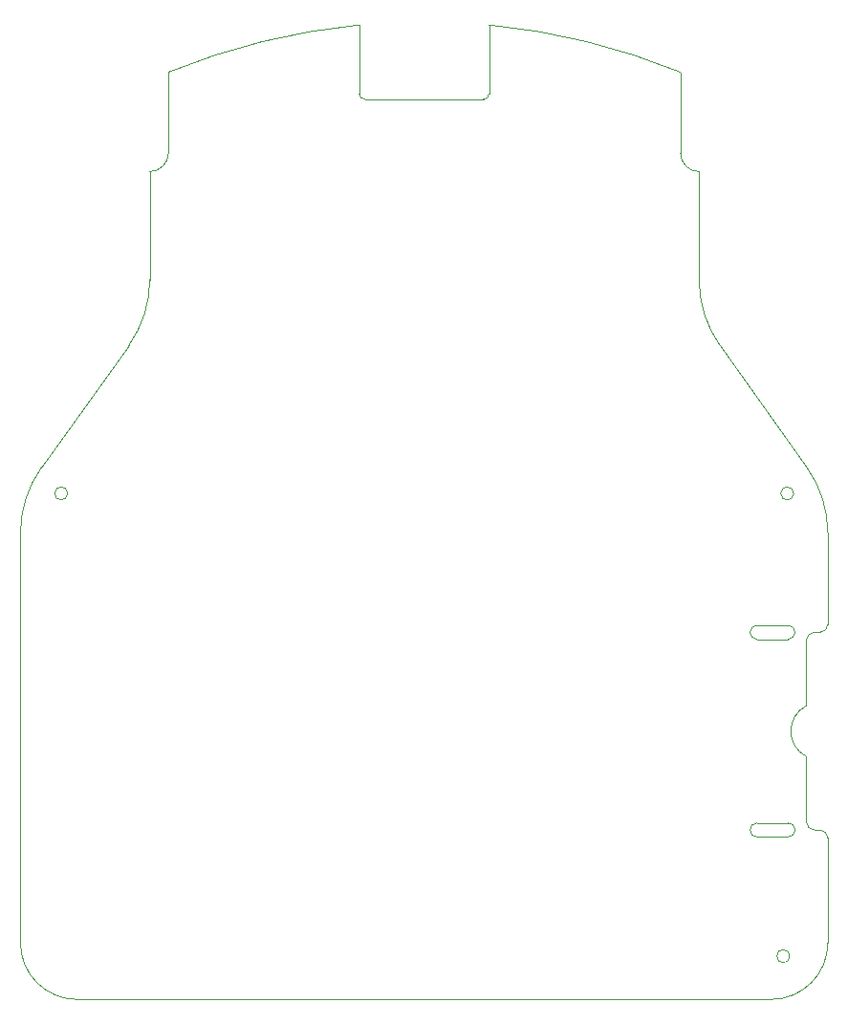
<source format=gm1>
G04 #@! TF.GenerationSoftware,KiCad,Pcbnew,8.0.1*
G04 #@! TF.CreationDate,2024-05-09T01:50:06+08:00*
G04 #@! TF.ProjectId,BatteryPod,42617474-6572-4795-906f-642e6b696361,rev?*
G04 #@! TF.SameCoordinates,Original*
G04 #@! TF.FileFunction,Profile,NP*
%FSLAX46Y46*%
G04 Gerber Fmt 4.6, Leading zero omitted, Abs format (unit mm)*
G04 Created by KiCad (PCBNEW 8.0.1) date 2024-05-09 01:50:06*
%MOMM*%
%LPD*%
G01*
G04 APERTURE LIST*
G04 #@! TA.AperFunction,Profile*
%ADD10C,0.050000*%
G04 #@! TD*
G04 APERTURE END LIST*
D10*
X142976000Y-108650000D02*
G75*
G02*
X141824000Y-108650000I-576000J0D01*
G01*
X141824000Y-108650000D02*
G75*
G02*
X142976000Y-108650000I576000J0D01*
G01*
X142626000Y-149624000D02*
G75*
G02*
X141474000Y-149624000I-576000J0D01*
G01*
X141474000Y-149624000D02*
G75*
G02*
X142626000Y-149624000I576000J0D01*
G01*
X78676000Y-108650000D02*
G75*
G02*
X77524000Y-108650000I-576000J0D01*
G01*
X77524000Y-108650000D02*
G75*
G02*
X78676000Y-108650000I576000J0D01*
G01*
X142475000Y-139075000D02*
X139725000Y-139075000D01*
X139725000Y-137825000D02*
X142475000Y-137825000D01*
X139725000Y-139075000D02*
G75*
G02*
X139100000Y-138450000I0J625000D01*
G01*
X143100000Y-138450000D02*
G75*
G02*
X142475000Y-139075000I-625000J0D01*
G01*
X139100000Y-138450000D02*
G75*
G02*
X139725000Y-137825000I625000J0D01*
G01*
X142475000Y-137825000D02*
G75*
G02*
X143100000Y-138450000I0J-625000D01*
G01*
X139725000Y-120325000D02*
X142475000Y-120325000D01*
X142475000Y-121575000D02*
X139725000Y-121575000D01*
X142475000Y-120325000D02*
G75*
G02*
X143100000Y-120950000I0J-625000D01*
G01*
X143100000Y-120950000D02*
G75*
G02*
X142475000Y-121575000I-625000J0D01*
G01*
X139100000Y-120950000D02*
G75*
G02*
X139725000Y-120325000I625000J0D01*
G01*
X139725000Y-121575000D02*
G75*
G02*
X139100000Y-120950000I0J625000D01*
G01*
X105000000Y-73750000D02*
G75*
G02*
X104500000Y-73250000I0J500000D01*
G01*
X144144206Y-106345380D02*
G75*
G02*
X145999983Y-112148127I-8144206J-5802720D01*
G01*
X79500000Y-153450000D02*
G75*
G02*
X74500000Y-148450000I0J5000000D01*
G01*
X132950000Y-71350012D02*
X132950000Y-78500000D01*
X144100000Y-131949998D02*
G75*
G02*
X144100000Y-127450002I1150000J2249998D01*
G01*
X144800000Y-120950000D02*
X145300000Y-120950000D01*
X134600000Y-80150000D02*
X134600000Y-89751873D01*
X87600000Y-78500001D02*
X87600000Y-71350005D01*
X144100000Y-131949999D02*
X144100000Y-137750000D01*
X144100000Y-121650000D02*
G75*
G02*
X144800000Y-120950000I700000J0D01*
G01*
X145300000Y-138450000D02*
G75*
G02*
X146000000Y-139150000I0J-700000D01*
G01*
X87600000Y-71350005D02*
G75*
G02*
X104499056Y-67170253I22675100J-55425195D01*
G01*
X116000000Y-73250000D02*
X116000442Y-67165394D01*
X74500000Y-112159538D02*
G75*
G02*
X76367821Y-106339947I10000000J-2D01*
G01*
X87600000Y-78500000D02*
G75*
G02*
X85950000Y-80150000I-1650000J0D01*
G01*
X85950000Y-89740462D02*
G75*
G02*
X84082179Y-95560053I-10000000J2D01*
G01*
X134600000Y-80150000D02*
G75*
G02*
X132950000Y-78500000I0J1650000D01*
G01*
X116000442Y-67165394D02*
G75*
G02*
X132950003Y-71350005I-5725342J-59609206D01*
G01*
X105000000Y-73750000D02*
X115500000Y-73750000D01*
X145300000Y-138450000D02*
X144800000Y-138450000D01*
X141000000Y-153450000D02*
X79500000Y-153450000D01*
X76367820Y-106339946D02*
X84082094Y-95559992D01*
X144800000Y-138450000D02*
G75*
G02*
X144100000Y-137750000I0J700000D01*
G01*
X146000000Y-139150000D02*
X146000000Y-148450000D01*
X146000000Y-120250000D02*
G75*
G02*
X145300000Y-120950000I-700000J0D01*
G01*
X85950000Y-89740462D02*
X85950000Y-80150000D01*
X136455792Y-95554621D02*
X144144207Y-106345379D01*
X104499057Y-67170259D02*
X104500000Y-73250000D01*
X74500000Y-148450000D02*
X74500000Y-112159538D01*
X146000000Y-112148127D02*
X146000000Y-120250000D01*
X144100000Y-121650000D02*
X144100000Y-127450001D01*
X116000000Y-73250000D02*
G75*
G02*
X115500000Y-73750000I-500000J0D01*
G01*
X146000000Y-148450000D02*
G75*
G02*
X141000000Y-153450000I-5000000J0D01*
G01*
X136455793Y-95554621D02*
G75*
G02*
X134600016Y-89751873I8144207J5802721D01*
G01*
M02*

</source>
